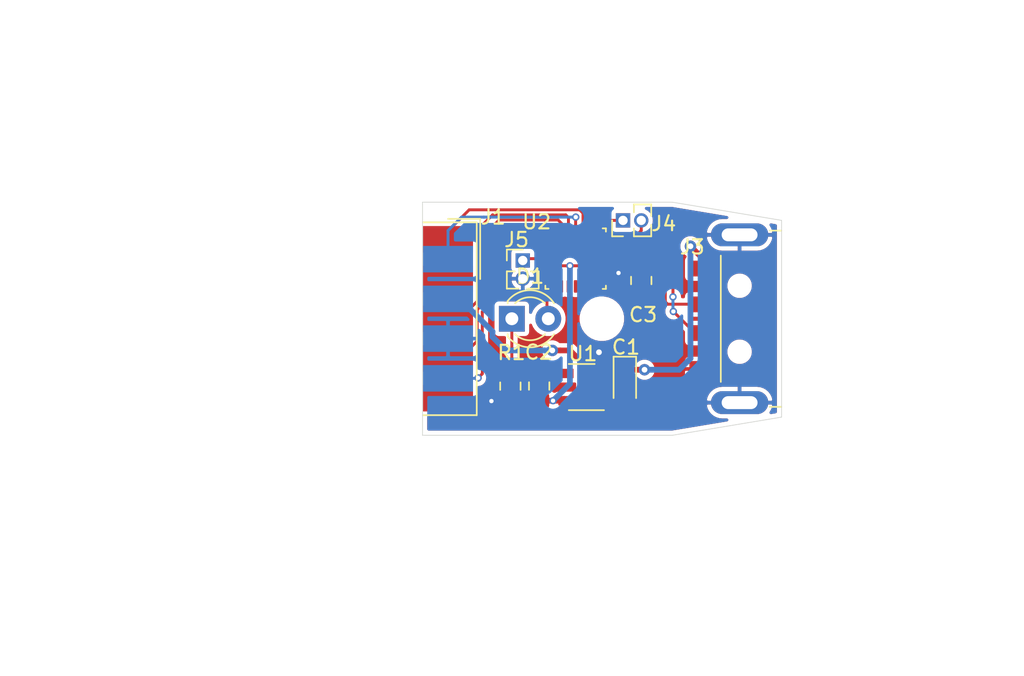
<source format=kicad_pcb>
(kicad_pcb (version 20211014) (generator pcbnew)
  (title_block (title "JoyAdapter") (company "Enceladus"))
  (layers (0 "F.Cu" signal) (31 "B.Cu" signal) (35 "F.Paste" user) (37 "F.SilkS" user "F.Silkscreen") (38 "B.Mask" user) (39 "F.Mask" user) (44 "Edge.Cuts" user))
  (net 0 "")
  (net 1 "GND")
  (net 2 "+5V")
  (net 3 "VCC")
  (net 4 "/NRST")
  (net 5 "/LED")
  (net 6 "/JOY_FIRE2")
  (net 7 "/JOY_FIRE1")
  (net 8 "/JOY_RIGHT")
  (net 9 "/JOY_LEFT")
  (net 10 "/JOY_DOWN")
  (net 11 "/JOY_UP")
  (net 12 "/SWDIO")
  (net 13 "/SWCLK")
  (net 14 "/USB_P")
  (net 15 "/USB_N")
  (net 16 "Net-(D1-Pad1)")
  (footprint "Capacitor_Tantalum_SMD:CP_EIA-2012-12_Kemet-R_Pad1.30x1.05mm_HandSolder" (layer "F.Cu") (at 76.353 89.494 -90)
    (fp_text reference "C1" (at -2.5498 -0.0762 180) (layer "F.SilkS"))
    (fp_text value "4u7F")
    (fp_line (start -1.885 0.785) (end 1 0.785) (layer "F.SilkS") (width 0.12))
    (fp_line (start 1 -0.785) (end -1.885 -0.785) (layer "F.SilkS") (width 0.12))
    (fp_line (start -1.885 -0.785) (end -1.885 0.785) (layer "F.SilkS") (width 0.12))
    (pad "1" smd roundrect locked (at -0.975 0 270) (size 1.3 1.05) (layers "F.Cu" "F.Paste" "F.Mask") (roundrect_rratio 0.238095) (net 2 "+5V"))
    (pad "2" smd roundrect locked (at 0.975 0 270) (size 1.3 1.05) (layers "F.Cu" "F.Paste" "F.Mask") (roundrect_rratio 0.238095) (net 1 "GND"))
  )
  (footprint "Capacitor_SMD:C_0805_2012Metric_Pad1.15x1.40mm_HandSolder" (layer "F.Cu") (at 70.384 89.653 90)
    (fp_text reference "C2" (at 2.3532 -0.0254 180) (layer "F.SilkS"))
    (fp_text value "1uF")
    (fp_line (start -0.261252 0.71) (end 0.261252 0.71) (layer "F.SilkS") (width 0.12))
    (fp_line (start -0.261252 -0.71) (end 0.261252 -0.71) (layer "F.SilkS") (width 0.12))
    (pad "1" smd roundrect locked (at -1.025 0 90) (size 1.15 1.4) (layers "F.Cu" "F.Paste" "F.Mask") (roundrect_rratio 0.217391) (net 3 "VCC"))
    (pad "2" smd roundrect locked (at 1.025 0 90) (size 1.15 1.4) (layers "F.Cu" "F.Paste" "F.Mask") (roundrect_rratio 0.217391) (net 1 "GND"))
  )
  (footprint "LED_THT:LED_D3.0mm_FlatTop" (layer "F.Cu") (at 68.479 84.963)
    (fp_text reference "D1" (at 1.27 -2.96) (layer "F.SilkS"))
    (fp_text value "LED")
    (fp_line (start -0.29 1.08) (end -0.29 1.236) (layer "F.SilkS") (width 0.12))
    (fp_line (start -0.29 -1.236) (end -0.29 -1.08) (layer "F.SilkS") (width 0.12))
    (fp_arc (start 2.31113 1.079837) (mid 1.270117 1.5) (end 0.229039 1.08) (layer "F.SilkS") (width 0.12))
    (fp_arc (start 2.942335 1.078608) (mid 1.366487 1.987659) (end -0.29 1.235516) (layer "F.SilkS") (width 0.12))
    (fp_arc (start -0.29 -1.235516) (mid 1.366487 -1.987659) (end 2.942335 -1.078608) (layer "F.SilkS") (width 0.12))
    (fp_arc (start 0.229039 -1.08) (mid 1.270117 -1.5) (end 2.31113 -1.079837) (layer "F.SilkS") (width 0.12))
    (pad "1" thru_hole rect locked (at 0 0) (size 1.8 1.8) (drill 0.9) (layers *.Cu *.Mask) (net 16 "Net-(D1-Pad1)"))
    (pad "2" thru_hole circle locked (at 2.54 0) (size 1.8 1.8) (drill 0.9) (layers *.Cu *.Mask) (net 5 "/LED"))
  )
  (footprint "Package_TO_SOT_SMD:SOT-23-5" (layer "F.Cu") (at 73.348 89.728 180)
    (fp_text reference "U1" (at -0.084 2.3266) (layer "F.SilkS"))
    (fp_text value "XC6220B331MR")
    (fp_line (start -0.9 1.61) (end 0.9 1.61) (layer "F.SilkS") (width 0.12))
    (fp_line (start 0.9 -1.61) (end -1.55 -1.61) (layer "F.SilkS") (width 0.12))
    (pad "1" smd rect locked (at -1.1 -0.95 180) (size 1.06 0.65) (layers "F.Cu" "F.Paste" "F.Mask") (net 2 "+5V"))
    (pad "2" smd rect locked (at -1.1 0 180) (size 1.06 0.65) (layers "F.Cu" "F.Paste" "F.Mask") (net 1 "GND"))
    (pad "3" smd rect locked (at -1.1 0.95 180) (size 1.06 0.65) (layers "F.Cu" "F.Paste" "F.Mask") (net 2 "+5V"))
    (pad "4" smd rect locked (at 1.1 0.95 180) (size 1.06 0.65) (layers "F.Cu" "F.Paste" "F.Mask"))
    (pad "5" smd rect locked (at 1.1 -0.95 180) (size 1.06 0.65) (layers "F.Cu" "F.Paste" "F.Mask") (net 3 "VCC"))
  )
  (footprint "Capacitor_SMD:C_0805_2012Metric_Pad1.15x1.40mm_HandSolder" (layer "F.Cu") (at 77.496 82.296 -90)
    (fp_text reference "C3" (at 2.3876 -0.127 180) (layer "F.SilkS"))
    (fp_text value "100nF")
    (fp_line (start -0.261252 0.71) (end 0.261252 0.71) (layer "F.SilkS") (width 0.12))
    (fp_line (start -0.261252 -0.71) (end 0.261252 -0.71) (layer "F.SilkS") (width 0.12))
    (pad "1" smd roundrect locked (at -1.025 0 270) (size 1.15 1.4) (layers "F.Cu" "F.Paste" "F.Mask") (roundrect_rratio 0.217391) (net 3 "VCC"))
    (pad "2" smd roundrect locked (at 1.025 0 270) (size 1.15 1.4) (layers "F.Cu" "F.Paste" "F.Mask") (roundrect_rratio 0.217391) (net 1 "GND"))
  )
  (footprint "Parts:DSUB-9_Male_EdgeMount_P2.77mm" (layer "F.Cu") (at 64.034 84.963 -90)
    (fp_text reference "J1" (at -7.0866 -3.1496 180) (layer "F.SilkS"))
    (fp_text value "DB9_Male")
    (fp_line (start -6.963333 -2.24) (end -2.77 -2.24) (layer "F.SilkS") (width 0.12))
    (fp_line (start -6.963333 0) (end -6.963333 -2.24) (layer "F.SilkS") (width 0.12))
    (fp_line (start 6.723333 1.74) (end 6.723333 -2) (layer "F.SilkS") (width 0.12))
    (fp_line (start -6.723333 -2) (end -6.723333 1.74) (layer "F.SilkS") (width 0.12))
    (fp_line (start 6.723333 -2) (end -6.723333 -2) (layer "F.SilkS") (width 0.12))
    (pad "1" smd rect locked (at -5.54 0 270) (size 1.846667 3.48) (layers "F.Cu" "F.Paste" "F.Mask") (net 11 "/JOY_UP"))
    (pad "2" smd rect locked (at -2.77 0 270) (size 1.846667 3.48) (layers "F.Cu" "F.Paste" "F.Mask") (net 10 "/JOY_DOWN"))
    (pad "3" smd rect locked (at 0 0 270) (size 1.846667 3.48) (layers "F.Cu" "F.Paste" "F.Mask") (net 9 "/JOY_LEFT"))
    (pad "4" smd rect locked (at 2.77 0 270) (size 1.846667 3.48) (layers "F.Cu" "F.Paste" "F.Mask") (net 8 "/JOY_RIGHT"))
    (pad "5" smd rect locked (at 5.54 0 270) (size 1.846667 3.48) (layers "F.Cu" "F.Paste" "F.Mask"))
    (pad "6" smd rect locked (at -4.155 0 270) (size 1.846667 3.48) (layers "B.Cu" "B.Paste" "B.Mask") (net 7 "/JOY_FIRE1"))
    (pad "7" smd rect locked (at -1.385 0 270) (size 1.846667 3.48) (layers "B.Cu" "B.Paste" "B.Mask") (net 2 "+5V"))
    (pad "8" smd rect locked (at 1.385 0 270) (size 1.846667 3.48) (layers "B.Cu" "B.Paste" "B.Mask") (net 1 "GND"))
    (pad "9" smd rect locked (at 4.155 0 270) (size 1.846667 3.48) (layers "B.Cu" "B.Paste" "B.Mask") (net 6 "/JOY_FIRE2"))
  )
  (footprint "Package_DFN_QFN:QFN-28_4x4mm_P0.5mm" (layer "F.Cu") (at 72.924 80.772)
    (fp_text reference "U2" (at -2.7178 -2.5654) (layer "F.SilkS"))
    (fp_text value "STM32F042G6Ux")
    (fp_line (start 1.885 2.11) (end 2.11 2.11) (layer "F.SilkS") (width 0.12))
    (fp_line (start -1.885 -2.11) (end -2.11 -2.11) (layer "F.SilkS") (width 0.12))
    (fp_line (start 2.11 2.11) (end 2.11 1.885) (layer "F.SilkS") (width 0.12))
    (fp_line (start -2.11 2.11) (end -2.11 1.885) (layer "F.SilkS") (width 0.12))
    (fp_line (start -1.885 2.11) (end -2.11 2.11) (layer "F.SilkS") (width 0.12))
    (fp_line (start 1.885 -2.11) (end 2.11 -2.11) (layer "F.SilkS") (width 0.12))
    (fp_line (start 2.11 -2.11) (end 2.11 -1.885) (layer "F.SilkS") (width 0.12))
    (pad "1" smd custom locked (at -1.9975 -1.5) (size 0.136863 0.136863) (layers "F.Cu" "F.Paste" "F.Mask") (net 6 "/JOY_FIRE2") (options (clearance outline) (anchor circle)) (primitives (gr_poly (pts (xy -0.3325 -0.08) (xy 0.19886 -0.08) (xy 0.3325 0.05364) (xy 0.3325 0.08) (xy -0.3325 0.08)) (width 0.09) (fill yes))))
    (pad "2" smd roundrect locked (at -1.9375 -1) (size 0.875 0.25) (layers "F.Cu" "F.Paste" "F.Mask"))
    (pad "3" smd roundrect locked (at -1.9375 -0.5) (size 0.875 0.25) (layers "F.Cu" "F.Paste" "F.Mask"))
    (pad "4" smd roundrect locked (at -1.9375 0) (size 0.875 0.25) (layers "F.Cu" "F.Paste" "F.Mask") (net 4 "/NRST"))
    (pad "5" smd roundrect locked (at -1.9375 0.5) (size 0.875 0.25) (layers "F.Cu" "F.Paste" "F.Mask") (net 3 "VCC"))
    (pad "6" smd roundrect locked (at -1.9375 1) (size 0.875 0.25) (layers "F.Cu" "F.Paste" "F.Mask"))
    (pad "7" smd custom locked (at -1.9975 1.5) (size 0.136863 0.136863) (layers "F.Cu" "F.Paste" "F.Mask") (net 5 "/LED") (options (clearance outline) (anchor circle)) (primitives (gr_poly (pts (xy -0.3325 -0.08) (xy 0.3325 -0.08) (xy 0.3325 -0.05364) (xy 0.19886 0.08) (xy -0.3325 0.08)) (width 0.09) (fill yes))))
    (pad "8" smd custom locked (at -1.5 1.9975) (size 0.136863 0.136863) (layers "F.Cu" "F.Paste" "F.Mask") (options (clearance outline) (anchor circle)) (primitives (gr_poly (pts (xy -0.08 -0.19886) (xy 0.05364 -0.3325) (xy 0.08 -0.3325) (xy 0.08 0.3325) (xy -0.08 0.3325)) (width 0.09) (fill yes))))
    (pad "9" smd roundrect locked (at -1 1.9375) (size 0.25 0.875) (layers "F.Cu" "F.Paste" "F.Mask"))
    (pad "10" smd roundrect locked (at -0.5 1.9375) (size 0.25 0.875) (layers "F.Cu" "F.Paste" "F.Mask"))
    (pad "11" smd roundrect locked (at 0 1.9375) (size 0.25 0.875) (layers "F.Cu" "F.Paste" "F.Mask"))
    (pad "12" smd roundrect locked (at 0.5 1.9375) (size 0.25 0.875) (layers "F.Cu" "F.Paste" "F.Mask"))
    (pad "13" smd roundrect locked (at 1 1.9375) (size 0.25 0.875) (layers "F.Cu" "F.Paste" "F.Mask"))
    (pad "14" smd custom locked (at 1.5 1.9975) (size 0.136863 0.136863) (layers "F.Cu" "F.Paste" "F.Mask") (options (clearance outline) (anchor circle)) (primitives (gr_poly (pts (xy -0.08 -0.3325) (xy -0.05364 -0.3325) (xy 0.08 -0.19886) (xy 0.08 0.3325) (xy -0.08 0.3325)) (width 0.09) (fill yes))))
    (pad "15" smd custom locked (at 1.9975 1.5) (size 0.136863 0.136863) (layers "F.Cu" "F.Paste" "F.Mask") (options (clearance outline) (anchor circle)) (primitives (gr_poly (pts (xy -0.3325 -0.08) (xy 0.3325 -0.08) (xy 0.3325 0.08) (xy -0.19886 0.08) (xy -0.3325 -0.05364)) (width 0.09) (fill yes))))
    (pad "16" smd roundrect locked (at 1.9375 1) (size 0.875 0.25) (layers "F.Cu" "F.Paste" "F.Mask") (net 1 "GND"))
    (pad "17" smd roundrect locked (at 1.9375 0.5) (size 0.875 0.25) (layers "F.Cu" "F.Paste" "F.Mask") (net 3 "VCC"))
    (pad "18" smd roundrect locked (at 1.9375 0) (size 0.875 0.25) (layers "F.Cu" "F.Paste" "F.Mask") (net 3 "VCC"))
    (pad "19" smd roundrect locked (at 1.9375 -0.5) (size 0.875 0.25) (layers "F.Cu" "F.Paste" "F.Mask") (net 15 "/USB_N"))
    (pad "20" smd roundrect locked (at 1.9375 -1) (size 0.875 0.25) (layers "F.Cu" "F.Paste" "F.Mask") (net 14 "/USB_P"))
    (pad "21" smd custom locked (at 1.9975 -1.5) (size 0.136863 0.136863) (layers "F.Cu" "F.Paste" "F.Mask") (net 12 "/SWDIO") (options (clearance outline) (anchor circle)) (primitives (gr_poly (pts (xy -0.3325 0.05364) (xy -0.19886 -0.08) (xy 0.3325 -0.08) (xy 0.3325 0.08) (xy -0.3325 0.08)) (width 0.09) (fill yes))))
    (pad "22" smd custom locked (at 1.5 -1.9975) (size 0.136863 0.136863) (layers "F.Cu" "F.Paste" "F.Mask") (net 13 "/SWCLK") (options (clearance outline) (anchor circle)) (primitives (gr_poly (pts (xy -0.08 -0.3325) (xy 0.08 -0.3325) (xy 0.08 0.19886) (xy -0.05364 0.3325) (xy -0.08 0.3325)) (width 0.09) (fill yes))))
    (pad "23" smd roundrect locked (at 1 -1.9375) (size 0.25 0.875) (layers "F.Cu" "F.Paste" "F.Mask"))
    (pad "24" smd roundrect locked (at 0.5 -1.9375) (size 0.25 0.875) (layers "F.Cu" "F.Paste" "F.Mask") (net 11 "/JOY_UP"))
    (pad "25" smd roundrect locked (at 0 -1.9375) (size 0.25 0.875) (layers "F.Cu" "F.Paste" "F.Mask") (net 7 "/JOY_FIRE1"))
    (pad "26" smd roundrect locked (at -0.5 -1.9375) (size 0.25 0.875) (layers "F.Cu" "F.Paste" "F.Mask") (net 10 "/JOY_DOWN"))
    (pad "27" smd roundrect locked (at -1 -1.9375) (size 0.25 0.875) (layers "F.Cu" "F.Paste" "F.Mask") (net 9 "/JOY_LEFT"))
    (pad "28" smd custom locked (at -1.5 -1.9975) (size 0.136863 0.136863) (layers "F.Cu" "F.Paste" "F.Mask") (net 8 "/JOY_RIGHT") (options (clearance outline) (anchor circle)) (primitives (gr_poly (pts (xy -0.08 -0.3325) (xy 0.08 -0.3325) (xy 0.08 0.3325) (xy 0.05364 0.3325) (xy -0.08 0.19886)) (width 0.09) (fill yes))))
  )
  (footprint "Resistor_SMD:R_0805_2012Metric_Pad1.15x1.40mm_HandSolder" (layer "F.Cu") (at 68.3774 89.662 90)
    (fp_text reference "R1" (at 2.3368 0.0762 180) (layer "F.SilkS"))
    (fp_text value "68")
    (fp_line (start -0.261252 -0.71) (end 0.261252 -0.71) (layer "F.SilkS") (width 0.12))
    (fp_line (start -0.261252 0.71) (end 0.261252 0.71) (layer "F.SilkS") (width 0.12))
    (pad "1" smd roundrect locked (at -1.025 0 90) (size 1.15 1.4) (layers "F.Cu" "F.Paste" "F.Mask") (roundrect_rratio 0.217391) (net 1 "GND"))
    (pad "2" smd roundrect locked (at 1.025 0 90) (size 1.15 1.4) (layers "F.Cu" "F.Paste" "F.Mask") (roundrect_rratio 0.217391) (net 16 "Net-(D1-Pad1)"))
  )
  (footprint "MountingHole:MountingHole_2.5mm" (layer "F.Cu") (at 74.7528 84.9376)
    (fp_text reference "H1" (at 0.127 0) (layer "F.SilkS"))
    (fp_text value "MountingHole")
    (pad "" np_thru_hole circle locked (at 0 0) (size 2.5 2.5) (drill 2.5) (layers *.Cu *.Mask))
  )
  (footprint "Connector_PinHeader_1.27mm:PinHeader_1x02_P1.27mm_Vertical" (layer "F.Cu") (at 76.226 78.105 90)
    (fp_text reference "J4" (at -0.2286 2.8448 180) (layer "F.SilkS"))
    (fp_text value "Conn_01x02")
    (fp_line (start -1.11 0.76) (end -1.11 1.965) (layer "F.SilkS") (width 0.12))
    (fp_line (start 0.563471 0.76) (end 1.11 0.76) (layer "F.SilkS") (width 0.12))
    (fp_line (start -1.11 0) (end -1.11 -0.76) (layer "F.SilkS") (width 0.12))
    (fp_line (start -1.11 0.76) (end -0.563471 0.76) (layer "F.SilkS") (width 0.12))
    (fp_line (start -1.11 1.965) (end -0.30753 1.965) (layer "F.SilkS") (width 0.12))
    (fp_line (start -1.11 -0.76) (end 0 -0.76) (layer "F.SilkS") (width 0.12))
    (fp_line (start 0.30753 1.965) (end 1.11 1.965) (layer "F.SilkS") (width 0.12))
    (fp_line (start 1.11 0.76) (end 1.11 1.965) (layer "F.SilkS") (width 0.12))
    (pad "1" thru_hole rect locked (at 0 0 90) (size 1 1) (drill 0.65) (layers *.Cu *.Mask) (net 13 "/SWCLK"))
    (pad "2" thru_hole oval locked (at 0 1.27 90) (size 1 1) (drill 0.65) (layers *.Cu *.Mask) (net 12 "/SWDIO"))
  )
  (footprint "Connector_PinHeader_1.27mm:PinHeader_1x02_P1.27mm_Vertical" (layer "F.Cu") (at 69.241 80.899)
    (fp_text reference "J5" (at -0.4318 -1.4478) (layer "F.SilkS"))
    (fp_text value "Conn_01x02")
    (fp_line (start 0.563471 0.76) (end 1.11 0.76) (layer "F.SilkS") (width 0.12))
    (fp_line (start -1.11 -0.76) (end 0 -0.76) (layer "F.SilkS") (width 0.12))
    (fp_line (start 0.30753 1.965) (end 1.11 1.965) (layer "F.SilkS") (width 0.12))
    (fp_line (start -1.11 1.965) (end -0.30753 1.965) (layer "F.SilkS") (width 0.12))
    (fp_line (start 1.11 0.76) (end 1.11 1.965) (layer "F.SilkS") (width 0.12))
    (fp_line (start -1.11 0) (end -1.11 -0.76) (layer "F.SilkS") (width 0.12))
    (fp_line (start -1.11 0.76) (end -1.11 1.965) (layer "F.SilkS") (width 0.12))
    (fp_line (start -1.11 0.76) (end -0.563471 0.76) (layer "F.SilkS") (width 0.12))
    (pad "1" thru_hole rect locked (at 0 0) (size 1 1) (drill 0.65) (layers *.Cu *.Mask) (net 4 "/NRST"))
    (pad "2" thru_hole oval locked (at 0 1.27) (size 1 1) (drill 0.65) (layers *.Cu *.Mask) (net 1 "GND"))
  )
  (footprint "Parts:USB_A_Lumberg_2410-08" (layer "F.Cu") (at 87.249 84.963)
    (fp_text reference "J3" (at -6.197 -5.0038) (layer "F.SilkS"))
    (fp_text value "USB_B")
    (fp_line (start -0.8 -6.145) (end 0.01 -6.145) (layer "F.SilkS") (width 0.12))
    (fp_line (start -4.21 -4.4) (end -4.21 4.4) (layer "F.SilkS") (width 0.12))
    (fp_line (start -0.8 6.145) (end 0.01 6.145) (layer "F.SilkS") (width 0.12))
    (pad "" np_thru_hole circle locked (at -2.9 2.3) (size 1.1 1.1) (drill 1.1) (layers *.Cu *.Mask))
    (pad "" np_thru_hole circle locked (at -2.9 -2.3) (size 1.1 1.1) (drill 1.1) (layers *.Cu *.Mask))
    (pad "1" smd rect locked (at -5.4 -3.5) (size 2 1.1) (layers "F.Cu" "F.Paste" "F.Mask") (net 2 "+5V"))
    (pad "2" smd rect locked (at -5.4 -1) (size 2 1.1) (layers "F.Cu" "F.Paste" "F.Mask") (net 15 "/USB_N"))
    (pad "3" smd rect locked (at -5.4 1) (size 2 1.1) (layers "F.Cu" "F.Paste" "F.Mask") (net 14 "/USB_P"))
    (pad "4" smd rect locked (at -5.4 3.5) (size 2 1.1) (layers "F.Cu" "F.Paste" "F.Mask") (net 1 "GND"))
    (pad "5" thru_hole oval locked (at -2.9 5.85) (size 4 1.6) (drill oval 2.5 0.9) (layers *.Cu *.Mask) (net 1 "GND"))
    (pad "5" thru_hole oval locked (at -2.9 -5.85) (size 4 1.6) (drill oval 2.5 0.9) (layers *.Cu *.Mask) (net 1 "GND"))
  )
  (gr_line (start 62.256 93.091) (end 62.256 84.963) (layer "Edge.Cuts") (width 0.05))
  (gr_line (start 87.275 78.105) (end 87.275 91.821) (layer "Edge.Cuts") (width 0.05))
  (gr_line (start 87.275 91.821) (end 79.655 93.091) (layer "Edge.Cuts") (width 0.05))
  (gr_line (start 79.655 76.835) (end 87.275 78.105) (layer "Edge.Cuts") (width 0.05))
  (gr_line (start 62.256 84.963) (end 62.256 76.835) (layer "Edge.Cuts") (width 0.05))
  (gr_line (start 79.655 93.091) (end 62.256 93.091) (layer "Edge.Cuts") (width 0.05))
  (gr_line (start 62.256 76.835) (end 79.655 76.835) (layer "Edge.Cuts") (width 0.05))
  (segment (start 69.8412 79.772) (end 68.5138 79.772) (width 0.2032) (layer "F.Cu") (net 0))
  (segment (start 70.9865 79.772) (end 69.8412 79.772) (width 0.2032) (layer "F.Cu") (net 0))
  (segment (start 75.9118 81.772) (end 75.956 81.772) (width 0.2032) (layer "F.Cu") (net 1))
  (segment (start 74.8615 81.772) (end 75.9118 81.772) (width 0.2032) (layer "F.Cu") (net 1))
  (segment (start 74.448 89.728) (end 75.378 89.728) (width 0.4) (layer "F.Cu") (net 1))
  (via (at 74.5496 87.2998) (size 0.8) (drill 0.4) (layers "F.Cu" "B.Cu") (net 1))
  (via (at 75.9118 81.772) (size 0.508) (drill 0.3) (layers "F.Cu" "B.Cu") (net 1))
  (via (at 67.0566 90.7034) (size 0.508) (drill 0.3) (layers "F.Cu" "B.Cu") (net 1))
  (segment (start 73.467999 88.116314) (end 72.524485 87.1728) (width 0.4) (layer "F.Cu") (net 2))
  (segment (start 76.094 88.778) (end 76.353 88.519) (width 0.4) (layer "F.Cu") (net 2))
  (segment (start 81.849 81.463) (end 81.849 80.8324) (width 0.4) (layer "F.Cu") (net 2))
  (segment (start 73.467999 88.828001) (end 73.467999 88.116314) (width 0.4) (layer "F.Cu") (net 2))
  (segment (start 74.448 88.778) (end 76.094 88.778) (width 0.4) (layer "F.Cu") (net 2))
  (segment (start 76.353 88.519) (end 77.7246 88.519) (width 0.4) (layer "F.Cu") (net 2))
  (segment (start 81.849 80.8324) (end 80.925 79.9084) (width 0.4) (layer "F.Cu") (net 2))
  (segment (start 73.732998 90.678) (end 73.467999 90.413001) (width 0.4) (layer "F.Cu") (net 2))
  (segment (start 74.448 90.678) (end 73.732998 90.678) (width 0.4) (layer "F.Cu") (net 2))
  (segment (start 73.518 88.778) (end 74.448 88.778) (width 0.4) (layer "F.Cu") (net 2))
  (segment (start 71.864085 87.1728) (end 71.2984 87.1728) (width 0.4) (layer "F.Cu") (net 2))
  (segment (start 73.467999 90.413001) (end 73.467999 88.828001) (width 0.4) (layer "F.Cu") (net 2))
  (segment (start 73.467999 88.828001) (end 73.518 88.778) (width 0.4) (layer "F.Cu") (net 2))
  (segment (start 72.524485 87.1728) (end 71.864085 87.1728) (width 0.4) (layer "F.Cu") (net 2))
  (via (at 77.7246 88.519) (size 0.8) (drill 0.4) (layers "F.Cu" "B.Cu") (net 2))
  (via (at 71.2984 87.1728) (size 0.8) (drill 0.4) (layers "F.Cu" "B.Cu") (net 2))
  (via (at 80.925 79.9084) (size 0.8) (drill 0.4) (layers "F.Cu" "B.Cu") (net 2))
  (segment (start 68.078798 87.1728) (end 70.732715 87.1728) (width 0.4) (layer "B.Cu") (net 2))
  (segment (start 67.128999 85.856333) (end 67.128999 86.223001) (width 0.4) (layer "B.Cu") (net 2))
  (segment (start 70.732715 87.1728) (end 71.2984 87.1728) (width 0.4) (layer "B.Cu") (net 2))
  (segment (start 64.850666 83.578) (end 67.128999 85.856333) (width 0.4) (layer "B.Cu") (net 2))
  (segment (start 80.925 87.7316) (end 80.925 79.9084) (width 0.4) (layer "B.Cu") (net 2))
  (segment (start 67.128999 86.223001) (end 68.078798 87.1728) (width 0.4) (layer "B.Cu") (net 2))
  (segment (start 77.7246 88.519) (end 80.1376 88.519) (width 0.4) (layer "B.Cu") (net 2))
  (segment (start 80.1376 88.519) (end 80.925 87.7316) (width 0.4) (layer "B.Cu") (net 2))
  (segment (start 64.034 83.578) (end 64.850666 83.578) (width 0.4) (layer "B.Cu") (net 2))
  (segment (start 71.3492 90.678) (end 72.248 90.678) (width 0.4) (layer "F.Cu") (net 3))
  (segment (start 72.5256 81.272) (end 71.662 81.272) (width 0.2032) (layer "F.Cu") (net 3))
  (segment (start 71.908 90.551) (end 71.908 90.551) (width 0.4) (layer "F.Cu") (net 3))
  (segment (start 70.375 90.687) (end 70.384 90.678) (width 0.4) (layer "F.Cu") (net 3))
  (segment (start 71.662 81.272) (end 70.9865 81.272) (width 0.2032) (layer "F.Cu") (net 3))
  (segment (start 70.384 90.678) (end 70.511 90.551) (width 0.4) (layer "F.Cu") (net 3))
  (segment (start 70.384 90.678) (end 71.3492 90.678) (width 0.4) (layer "F.Cu") (net 3))
  (segment (start 72.121 90.551) (end 72.248 90.678) (width 0.4) (layer "F.Cu") (net 3))
  (segment (start 74.8615 81.272) (end 72.5256 81.272) (width 0.2032) (layer "F.Cu") (net 3))
  (segment (start 74.8615 80.772) (end 76.997 80.772) (width 0.2032) (layer "F.Cu") (net 3))
  (segment (start 74.8615 80.772) (end 74.8615 81.272) (width 0.2032) (layer "F.Cu") (net 3))
  (segment (start 76.997 80.772) (end 77.496 81.271) (width 0.2032) (layer "F.Cu") (net 3))
  (via (at 71.3492 90.678) (size 0.508) (drill 0.3) (layers "F.Cu" "B.Cu") (net 3))
  (via (at 72.5256 81.272) (size 0.508) (drill 0.3) (layers "F.Cu" "B.Cu") (net 3))
  (segment (start 72.5256 89.5016) (end 71.3492 90.678) (width 0.4) (layer "B.Cu") (net 3))
  (segment (start 72.5256 81.272) (end 72.5256 89.5016) (width 0.4) (layer "B.Cu") (net 3))
  (segment (start 70.9865 80.772) (end 69.368 80.772) (width 0.2032) (layer "F.Cu") (net 4))
  (segment (start 69.368 80.772) (end 69.241 80.899) (width 0.2032) (layer "F.Cu") (net 4))
  (segment (start 70.9265 82.272) (end 70.9265 84.8705) (width 0.2032) (layer "F.Cu") (net 5))
  (segment (start 70.9265 84.8705) (end 71.019 84.963) (width 0.2032) (layer "F.Cu") (net 5))
  (segment (start 67.5138 79.8576) (end 67.5138 83.3882) (width 0.2032) (layer "F.Cu") (net 6))
  (segment (start 66.4216 84.4804) (end 66.4216 88.798402) (width 0.2032) (layer "F.Cu") (net 6))
  (segment (start 66.4216 88.798402) (end 66.383499 88.836503) (width 0.2032) (layer "F.Cu") (net 6))
  (segment (start 67.5138 83.3882) (end 66.4216 84.4804) (width 0.2032) (layer "F.Cu") (net 6))
  (segment (start 68.0994 79.272) (end 67.5138 79.8576) (width 0.2032) (layer "F.Cu") (net 6))
  (segment (start 66.383499 88.836503) (end 66.1295 89.090502) (width 0.2032) (layer "F.Cu") (net 6))
  (segment (start 70.9265 79.272) (end 68.0994 79.272) (width 0.2032) (layer "F.Cu") (net 6))
  (via (at 66.1295 89.090502) (size 0.508) (drill 0.3) (layers "F.Cu" "B.Cu") (net 6))
  (segment (start 66.102002 89.118) (end 66.1295 89.090502) (width 0.2032) (layer "B.Cu") (net 6))
  (segment (start 64.034 89.118) (end 66.102002 89.118) (width 0.2032) (layer "B.Cu") (net 6))
  (segment (start 72.924 78.8345) (end 72.924 77.884412) (width 0.2032) (layer "F.Cu") (net 7))
  (segment (start 72.924 77.884412) (end 72.932002 77.87641) (width 0.2032) (layer "F.Cu") (net 7))
  (via (at 72.932002 77.87641) (size 0.508) (drill 0.3) (layers "F.Cu" "B.Cu") (net 7))
  (segment (start 64.034 80.808) (end 64.034 78.8162) (width 0.2032) (layer "B.Cu") (net 7))
  (segment (start 64.97379 77.87641) (end 66.52319 77.87641) (width 0.2032) (layer "B.Cu") (net 7))
  (segment (start 66.52319 77.87641) (end 72.932002 77.87641) (width 0.2032) (layer "B.Cu") (net 7))
  (segment (start 64.034 78.8162) (end 64.97379 77.87641) (width 0.2032) (layer "B.Cu") (net 7))
  (segment (start 67.1582 83.240891) (end 67.1582 79.5782) (width 0.2032) (layer "F.Cu") (net 8))
  (segment (start 67.1582 79.5782) (end 67.9619 78.7745) (width 0.2032) (layer "F.Cu") (net 8))
  (segment (start 64.034 87.733) (end 64.850666 87.733) (width 0.2032) (layer "F.Cu") (net 8))
  (segment (start 70.94148 78.7745) (end 71.424 78.7745) (width 0.2032) (layer "F.Cu") (net 8))
  (segment (start 67.9619 78.7745) (end 70.94148 78.7745) (width 0.2032) (layer "F.Cu") (net 8))
  (segment (start 66.065989 86.517677) (end 66.065989 84.333102) (width 0.2032) (layer "F.Cu") (net 8))
  (segment (start 64.850666 87.733) (end 66.065989 86.517677) (width 0.2032) (layer "F.Cu") (net 8))
  (segment (start 66.065989 84.333102) (end 67.1582 83.240891) (width 0.2032) (layer "F.Cu") (net 8))
  (segment (start 71.706622 78.079622) (end 71.924 78.297) (width 0.2032) (layer "F.Cu") (net 9))
  (segment (start 64.034 84.963) (end 64.850666 84.963) (width 0.2032) (layer "F.Cu") (net 9))
  (segment (start 67.589978 78.079622) (end 71.706622 78.079622) (width 0.2032) (layer "F.Cu") (net 9))
  (segment (start 66.8026 78.867) (end 67.589978 78.079622) (width 0.2032) (layer "F.Cu") (net 9))
  (segment (start 64.850666 84.963) (end 66.8026 83.011066) (width 0.2032) (layer "F.Cu") (net 9))
  (segment (start 71.924 78.297) (end 71.924 78.8345) (width 0.2032) (layer "F.Cu") (net 9))
  (segment (start 66.8026 83.011066) (end 66.8026 78.867) (width 0.2032) (layer "F.Cu") (net 9))
  (segment (start 72.424 77.909822) (end 72.424 78.8345) (width 0.2032) (layer "F.Cu") (net 10))
  (segment (start 72.238189 77.724011) (end 72.424 77.909822) (width 0.2032) (layer "F.Cu") (net 10))
  (segment (start 66.3708 81.7994) (end 66.3708 78.486) (width 0.2032) (layer "F.Cu") (net 10))
  (segment (start 64.034 82.193) (end 65.9772 82.193) (width 0.2032) (layer "F.Cu") (net 10))
  (segment (start 67.132789 77.724011) (end 72.238189 77.724011) (width 0.2032) (layer "F.Cu") (net 10))
  (segment (start 66.3708 78.486) (end 67.132789 77.724011) (width 0.2032) (layer "F.Cu") (net 10))
  (segment (start 65.9772 82.193) (end 66.3708 81.7994) (width 0.2032) (layer "F.Cu") (net 10))
  (segment (start 73.440012 77.605012) (end 73.2034 77.3684) (width 0.2032) (layer "F.Cu") (net 11))
  (segment (start 73.424 78.8345) (end 73.424 78.297) (width 0.2032) (layer "F.Cu") (net 11))
  (segment (start 65.5072 77.3684) (end 64.034 78.8416) (width 0.2032) (layer "F.Cu") (net 11))
  (segment (start 65.129 79.423) (end 64.034 79.423) (width 0.2032) (layer "F.Cu") (net 11))
  (segment (start 73.424 78.297) (end 73.440012 78.280988) (width 0.2032) (layer "F.Cu") (net 11))
  (segment (start 64.034 78.8416) (end 64.034 79.423) (width 0.2032) (layer "F.Cu") (net 11))
  (segment (start 73.440012 78.280988) (end 73.440012 77.605012) (width 0.2032) (layer "F.Cu") (net 11))
  (segment (start 73.2034 77.3684) (end 65.5072 77.3684) (width 0.2032) (layer "F.Cu") (net 11))
  (segment (start 77.036106 79.272) (end 77.496 78.812106) (width 0.2032) (layer "F.Cu") (net 12))
  (segment (start 74.9215 79.272) (end 77.036106 79.272) (width 0.2032) (layer "F.Cu") (net 12))
  (segment (start 77.496 78.812106) (end 77.496 78.105) (width 0.2032) (layer "F.Cu") (net 12))
  (segment (start 75.0935 78.105) (end 76.226 78.105) (width 0.2032) (layer "F.Cu") (net 13))
  (segment (start 74.424 78.7745) (end 75.0935 78.105) (width 0.2032) (layer "F.Cu") (net 13))
  (segment (start 79.7058 80.266734) (end 79.7058 83.079778) (width 0.2032) (layer "F.Cu") (net 14))
  (segment (start 81.239642 85.963) (end 79.985653 84.709011) (width 0.2032) (layer "F.Cu") (net 14))
  (segment (start 74.8615 79.772) (end 79.211066 79.772) (width 0.2032) (layer "F.Cu") (net 14))
  (segment (start 82.449 85.963) (end 81.239642 85.963) (width 0.2032) (layer "F.Cu") (net 14))
  (segment (start 79.985653 84.709011) (end 79.731654 84.455012) (width 0.2032) (layer "F.Cu") (net 14))
  (segment (start 79.236066 79.797) (end 79.7058 80.266734) (width 0.2032) (layer "F.Cu") (net 14))
  (segment (start 74.8615 79.772) (end 74.8865 79.797) (width 0.2) (layer "F.Cu") (net 14))
  (segment (start 79.211066 79.772) (end 79.236066 79.797) (width 0.2032) (layer "F.Cu") (net 14))
  (segment (start 79.7058 83.079778) (end 79.7058 83.438988) (width 0.2032) (layer "F.Cu") (net 14))
  (via (at 79.731654 84.455012) (size 0.508) (drill 0.3) (layers "F.Cu" "B.Cu") (net 14))
  (via (at 79.7058 83.438988) (size 0.508) (drill 0.3) (layers "F.Cu" "B.Cu") (net 14))
  (segment (start 79.7058 84.429158) (end 79.731654 84.455012) (width 0.2032) (layer "B.Cu") (net 14))
  (segment (start 79.7058 83.438988) (end 79.7058 84.429158) (width 0.2032) (layer "B.Cu") (net 14))
  (segment (start 78.88001 80.14941) (end 79.0708 80.3402) (width 0.2) (layer "F.Cu") (net 15))
  (segment (start 75.7608 80.272) (end 75.88179 80.15101) (width 0.2032) (layer "F.Cu") (net 15))
  (segment (start 79.1724 80.4418) (end 79.0708 80.3402) (width 0.2032) (layer "F.Cu") (net 15))
  (segment (start 82.449 83.963) (end 82.433002 83.947002) (width 0.2032) (layer "F.Cu") (net 15))
  (segment (start 82.433002 83.947002) (end 79.771846 83.947002) (width 0.2032) (layer "F.Cu") (net 15))
  (segment (start 75.88179 80.15101) (end 75.88339 80.15101) (width 0.2032) (layer "F.Cu") (net 15))
  (segment (start 78.724565 80.15101) (end 78.88001 80.15101) (width 0.2032) (layer "F.Cu") (net 15))
  (segment (start 79.771846 83.947002) (end 79.771842 83.946998) (width 0.2032) (layer "F.Cu") (net 15))
  (segment (start 75.88179 80.15101) (end 78.724565 80.15101) (width 0.2032) (layer "F.Cu") (net 15))
  (segment (start 79.771842 83.946998) (end 79.334954 83.946998) (width 0.2032) (layer "F.Cu") (net 15))
  (segment (start 79.1724 83.784444) (end 79.1724 80.4418) (width 0.2032) (layer "F.Cu") (net 15))
  (segment (start 74.8615 80.272) (end 75.7608 80.272) (width 0.2032) (layer "F.Cu") (net 15))
  (segment (start 79.334954 83.946998) (end 79.1724 83.784444) (width 0.2032) (layer "F.Cu") (net 15))
  (segment (start 68.479 84.963) (end 68.479 88.5354) (width 0.2032) (layer "F.Cu") (net 16))
  (segment (start 68.479 88.5354) (end 68.3774 88.637) (width 0.2032) (layer "F.Cu") (net 16))
  (zone (net 1) (net_name "GND") (layer "F.Cu") (connect_pads (clearance 0.3048)) (min_thickness 0.2032) (fill yes (thermal_gap 0.3048) (thermal_bridge_width 0.254))
    (polygon (pts (xy 81.179 74.803) (xy 88.926 78.232) (xy 88.926 91.821) (xy 81.179 95.123) (xy 62.256 95.123) (xy 62.256 74.803)))
  )
  (zone (net 1) (net_name "GND") (layer "B.Cu") (connect_pads (clearance 0.3048)) (min_thickness 0.2032) (fill yes (thermal_gap 0.3048) (thermal_bridge_width 0.254))
    (polygon (pts (xy 62.256 74.803) (xy 88.926 74.803) (xy 88.926 95.123) (xy 62.256 95.123)))
  )
)
</source>
